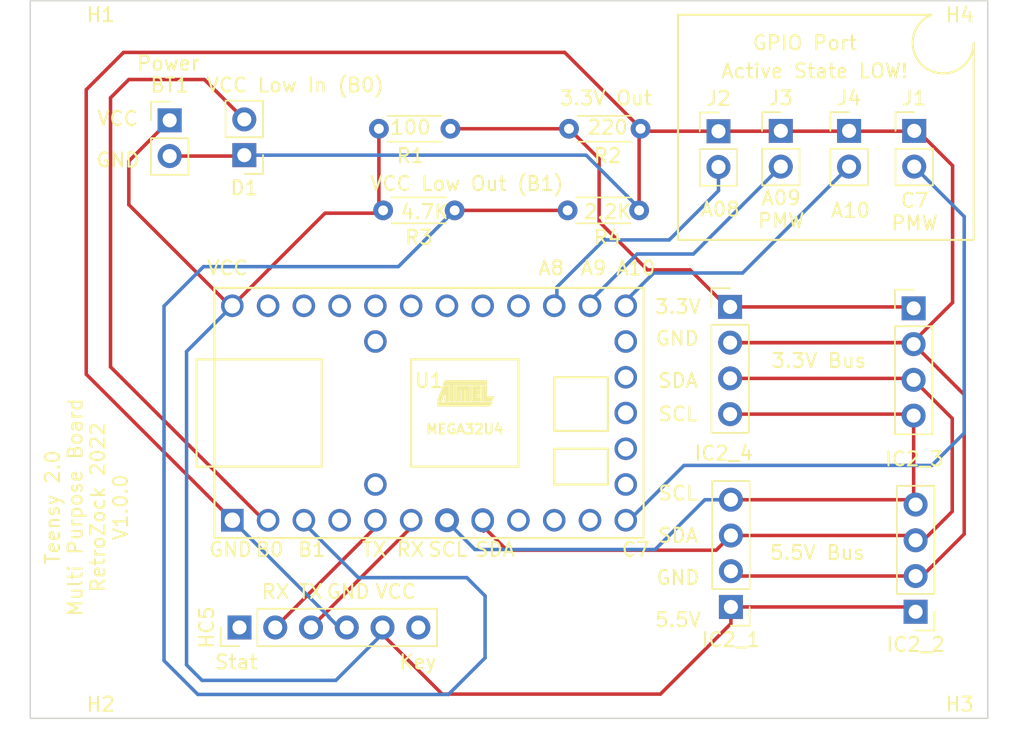
<source format=kicad_pcb>
(kicad_pcb (version 20211014) (generator pcbnew)
  (layers (0 "F.Cu" signal) (31 "B.Cu" signal) (34 "B.Paste" user) (35 "F.Paste" user) (36 "B.SilkS" user "B.Silkscreen") (37 "F.SilkS" user "F.Silkscreen") (38 "B.Mask" user) (39 "F.Mask" user) (44 "Edge.Cuts" user))
  (net 0 "")
  (net 1 "/5.5V")
  (net 2 "/GND")
  (net 4 "/RX(TX)")
  (net 5 "/TX(RX)")
  (net 7 "/SDA")
  (net 8 "/SCL")
  (net 9 "/VLTG_LOW_OUT")
  (net 10 "/VCC_LOW")
  (net 11 "/DISP_SEL")
  (net 12 "/SET")
  (net 13 "/GPIO_2")
  (net 14 "/GPIO_1")
  (net 15 "/3.3V")
  (footprint "Connector_PinHeader_2.54mm:PinHeader_1x02_P2.54mm_Vertical" (layer "F.Cu") (at 128.9 93.5)
    (fp_text reference "BT1" (at 0 -2.5) (layer "F.SilkS"))
    (fp_text value "Battery")
    (fp_line (start -1.33 0) (end -1.33 -1.33) (layer "F.SilkS") (width 0.12))
    (fp_line (start 1.33 1.27) (end 1.33 3.87) (layer "F.SilkS") (width 0.12))
    (fp_line (start -1.33 1.27) (end 1.33 1.27) (layer "F.SilkS") (width 0.12))
    (fp_line (start -1.33 -1.33) (end 0 -1.33) (layer "F.SilkS") (width 0.12))
    (fp_line (start -1.33 3.87) (end 1.33 3.87) (layer "F.SilkS") (width 0.12))
    (fp_line (start -1.33 1.27) (end -1.33 3.87) (layer "F.SilkS") (width 0.12))
    (pad "1" thru_hole rect locked (at 0 0) (size 1.7 1.7) (drill 1) (layers *.Cu *.Mask) (net 1 "/5.5V"))
    (pad "2" thru_hole oval locked (at 0 2.54) (size 1.7 1.7) (drill 1) (layers *.Cu *.Mask) (net 2 "/GND"))
  )
  (footprint "Connector_PinHeader_2.54mm:PinHeader_1x02_P2.54mm_Vertical" (layer "F.Cu") (at 134.2 95.975 180)
    (fp_text reference "D1" (at 0 -2.33) (layer "F.SilkS"))
    (fp_text value "LED")
    (fp_line (start -1.33 1.27) (end 1.33 1.27) (layer "F.SilkS") (width 0.12))
    (fp_line (start 1.33 1.27) (end 1.33 3.87) (layer "F.SilkS") (width 0.12))
    (fp_line (start -1.33 0) (end -1.33 -1.33) (layer "F.SilkS") (width 0.12))
    (fp_line (start -1.33 -1.33) (end 0 -1.33) (layer "F.SilkS") (width 0.12))
    (fp_line (start -1.33 1.27) (end -1.33 3.87) (layer "F.SilkS") (width 0.12))
    (fp_line (start -1.33 3.87) (end 1.33 3.87) (layer "F.SilkS") (width 0.12))
    (pad "1" thru_hole rect locked (at 0 0 180) (size 1.7 1.7) (drill 1) (layers *.Cu *.Mask) (net 2 "/GND"))
    (pad "2" thru_hole oval locked (at 0 2.54 180) (size 1.7 1.7) (drill 1) (layers *.Cu *.Mask) (net 9 "/VLTG_LOW_OUT"))
  )
  (footprint "Connector_PinHeader_2.54mm:PinHeader_1x02_P2.54mm_Vertical" (layer "F.Cu") (at 181.775 94.25)
    (fp_text reference "J1" (at 0 -2.33) (layer "F.SilkS"))
    (fp_text value "Conn_01x02_Female")
    (fp_line (start 1.33 1.27) (end 1.33 3.87) (layer "F.SilkS") (width 0.12))
    (fp_line (start -1.33 1.27) (end 1.33 1.27) (layer "F.SilkS") (width 0.12))
    (fp_line (start -1.33 -1.33) (end 0 -1.33) (layer "F.SilkS") (width 0.12))
    (fp_line (start -1.33 0) (end -1.33 -1.33) (layer "F.SilkS") (width 0.12))
    (fp_line (start -1.33 3.87) (end 1.33 3.87) (layer "F.SilkS") (width 0.12))
    (fp_line (start -1.33 1.27) (end -1.33 3.87) (layer "F.SilkS") (width 0.12))
    (pad "1" thru_hole rect locked (at 0 0) (size 1.7 1.7) (drill 1) (layers *.Cu *.Mask) (net 2 "/GND"))
    (pad "2" thru_hole oval locked (at 0 2.54) (size 1.7 1.7) (drill 1) (layers *.Cu *.Mask) (net 11 "/DISP_SEL"))
  )
  (footprint "MountingHole:MountingHole_2.1mm" (layer "F.Cu") (at 184 133)
    (fp_text reference "H3" (at 1 2) (layer "F.SilkS"))
    (fp_text value "MountingHole")
    (pad "" np_thru_hole circle locked (at 0 0) (size 2.1 2.1) (drill 2.1) (layers *.Cu *.Mask))
  )
  (footprint "Connector_PinHeader_2.54mm:PinHeader_1x06_P2.54mm_Vertical" (layer "F.Cu") (at 133.858 129.54 90)
    (fp_text reference "HC5" (at 0 -2.33 90) (layer "F.SilkS"))
    (fp_text value "Conn_01x06_Female")
    (fp_line (start 1.33 1.27) (end 1.33 14.03) (layer "F.SilkS") (width 0.12))
    (fp_line (start -1.33 -1.33) (end 0 -1.33) (layer "F.SilkS") (width 0.12))
    (fp_line (start -1.33 14.03) (end 1.33 14.03) (layer "F.SilkS") (width 0.12))
    (fp_line (start -1.33 1.27) (end -1.33 14.03) (layer "F.SilkS") (width 0.12))
    (fp_line (start -1.33 1.27) (end 1.33 1.27) (layer "F.SilkS") (width 0.12))
    (fp_line (start -1.33 0) (end -1.33 -1.33) (layer "F.SilkS") (width 0.12))
    (pad "1" thru_hole rect locked (at 0 0 90) (size 1.7 1.7) (drill 1) (layers *.Cu *.Mask))
    (pad "2" thru_hole oval locked (at 0 2.54 90) (size 1.7 1.7) (drill 1) (layers *.Cu *.Mask) (net 4 "/RX(TX)"))
    (pad "3" thru_hole oval locked (at 0 5.08 90) (size 1.7 1.7) (drill 1) (layers *.Cu *.Mask) (net 5 "/TX(RX)"))
    (pad "4" thru_hole oval locked (at 0 7.62 90) (size 1.7 1.7) (drill 1) (layers *.Cu *.Mask) (net 2 "/GND"))
    (pad "5" thru_hole oval locked (at 0 10.16 90) (size 1.7 1.7) (drill 1) (layers *.Cu *.Mask) (net 1 "/5.5V"))
    (pad "6" thru_hole oval locked (at 0 12.7 90) (size 1.7 1.7) (drill 1) (layers *.Cu *.Mask))
  )
  (footprint "MountingHole:MountingHole_2.1mm" (layer "F.Cu") (at 122 133)
    (fp_text reference "H2" (at 2 2) (layer "F.SilkS"))
    (fp_text value "MountingHole")
    (pad "" np_thru_hole circle locked (at 0 0) (size 2.1 2.1) (drill 2.1) (layers *.Cu *.Mask))
  )
  (footprint "Resistor_THT:R_Axial_DIN0204_L3.6mm_D1.6mm_P5.08mm_Horizontal" (layer "F.Cu") (at 149.14 99.9 180)
    (fp_text reference "R3" (at 2.54 -1.92) (layer "F.SilkS"))
    (fp_text value "4.7K")
    (fp_line (start 0.62 0.92) (end 4.46 0.92) (layer "F.SilkS") (width 0.12))
    (fp_line (start 0.62 -0.92) (end 4.46 -0.92) (layer "F.SilkS") (width 0.12))
    (pad "1" thru_hole circle locked (at 0 0 180) (size 1.4 1.4) (drill 0.7) (layers *.Cu *.Mask) (net 10 "/VCC_LOW"))
    (pad "2" thru_hole oval locked (at 5.08 0 180) (size 1.4 1.4) (drill 0.7) (layers *.Cu *.Mask) (net 1 "/5.5V"))
  )
  (footprint "MountingHole:MountingHole_2.1mm" (layer "F.Cu") (at 184 88)
    (fp_text reference "H4" (at 1 -2) (layer "F.SilkS"))
    (fp_text value "MountingHole")
    (pad "" np_thru_hole circle locked (at 0 0) (size 2.1 2.1) (drill 2.1) (layers *.Cu *.Mask))
  )
  (footprint "teensy:Teensy2.0" (layer "F.Cu") (at 147.32 114.3)
    (fp_text reference "U1" (at 0 -2.3) (layer "F.SilkS"))
    (fp_text value "Teensy2.0_(Arduino)")
    (fp_text user "MEGA32U4" (at 2.54 1.143) (layer "F.SilkS") (effects (font (size 0.7 0.7))))
    (fp_line (start 12.7 -2.54) (end 8.89 -2.54) (layer "F.SilkS") (width 0.15))
    (fp_line (start 8.89 -2.54) (end 8.89 0) (layer "F.SilkS") (width 0.15))
    (fp_line (start -1.27 3.81) (end 6.35 3.81) (layer "F.SilkS") (width 0.15))
    (fp_line (start 8.89 2.54) (end 8.89 5.08) (layer "F.SilkS") (width 0.15))
    (fp_line (start 15.24 8.89) (end -15.24 8.89) (layer "F.SilkS") (width 0.15))
    (fp_line (start 8.89 1.27) (end 12.7 1.27) (layer "F.SilkS") (width 0.15))
    (fp_line (start -16.51 3.81) (end -16.51 -3.81) (layer "F.SilkS") (width 0.15))
    (fp_line (start -15.24 -8.89) (end 15.24 -8.89) (layer "F.SilkS") (width 0.15))
    (fp_line (start 15.24 -8.89) (end 15.24 8.89) (layer "F.SilkS") (width 0.15))
    (fp_line (start 8.89 0) (end 8.89 1.27) (layer "F.SilkS") (width 0.15))
    (fp_line (start -15.24 8.89) (end -15.24 -8.89) (layer "F.SilkS") (width 0.15))
    (fp_line (start -1.27 -3.81) (end -1.27 3.81) (layer "F.SilkS") (width 0.15))
    (fp_line (start 12.7 5.08) (end 12.7 2.54) (layer "F.SilkS") (width 0.15))
    (fp_line (start -7.62 -3.81) (end -7.62 3.81) (layer "F.SilkS") (width 0.15))
    (fp_line (start -16.51 -3.81) (end -7.62 -3.81) (layer "F.SilkS") (width 0.15))
    (fp_line (start 8.89 5.08) (end 12.7 5.08) (layer "F.SilkS") (width 0.15))
    (fp_line (start 12.7 1.27) (end 12.7 -2.54) (layer "F.SilkS") (width 0.15))
    (fp_line (start -7.62 3.81) (end -16.51 3.81) (layer "F.SilkS") (width 0.15))
    (fp_line (start 6.35 -3.81) (end -1.27 -3.81) (layer "F.SilkS") (width 0.15))
    (fp_line (start 6.35 3.81) (end 6.35 -3.81) (layer "F.SilkS") (width 0.15))
    (fp_line (start 12.7 2.54) (end 8.89 2.54) (layer "F.SilkS") (width 0.15))
    (fp_poly (pts (xy 0.635 -0.762) (xy 4.445 -0.762) (xy 4.318 -0.508) (xy 0.635 -0.508)) (layer "F.SilkS") (width 0.1) (fill solid))
    (fp_poly (pts (xy 3.81 -1.905) (xy 3.81 -0.889) (xy 4.445 -0.889) (xy 4.572 -1.143) (xy 4.064 -1.143) (xy 4.064 -1.905)) (layer "F.SilkS") (width 0.1) (fill solid))
    (fp_poly (pts (xy 1.397 -0.889) (xy 1.397 -1.905) (xy 1.016 -1.905) (xy 0.635 -0.889) (xy 0.889 -0.889) (xy 1.143 -1.651) (xy 1.143 -0.889)) (layer "F.SilkS") (width 0.1) (fill solid))
    (fp_poly (pts (xy 3.048 -1.905) (xy 3.683 -1.905) (xy 3.683 -1.651) (xy 3.302 -1.651) (xy 3.302 -1.524) (xy 3.683 -1.524) (xy 3.683 -1.27) (xy 3.302 -1.27) (xy 3.302 -1.143) (xy 3.683 -1.143) (xy 3.683 -0.889) (xy 3.048 -0.889)) (layer "F.SilkS") (width 0.1) (fill solid))
    (fp_poly (pts (xy 2.921 -0.889) (xy 2.921 -1.905) (xy 1.905 -1.905) (xy 1.905 -0.889) (xy 2.159 -0.889) (xy 2.159 -1.651) (xy 2.286 -1.651) (xy 2.286 -0.889) (xy 2.54 -0.889) (xy 2.54 -1.651) (xy 2.667 -1.651) (xy 2.667 -0.889)) (layer "F.SilkS") (width 0.1) (fill solid))
    (fp_poly (pts (xy 4.064 -2.032) (xy 1.778 -2.032) (xy 1.778 -0.889) (xy 1.524 -0.889) (xy 1.524 -2.032) (xy 1.016 -2.032) (xy 1.143 -2.286) (xy 4.064 -2.286)) (layer "F.SilkS") (width 0.1) (fill solid))
    (pad "1" thru_hole rect locked (at -13.97 7.62) (size 1.6 1.6) (drill 1.1) (layers *.Cu *.Mask))
    (pad "2" thru_hole circle locked (at -11.43 7.62) (size 1.6 1.6) (drill 1.1) (layers *.Cu *.Mask))
    (pad "3" thru_hole circle locked (at -8.89 7.62) (size 1.6 1.6) (drill 1.1) (layers *.Cu *.Mask))
    (pad "4" thru_hole circle locked (at -6.35 7.62) (size 1.6 1.6) (drill 1.1) (layers *.Cu *.Mask))
    (pad "5" thru_hole circle locked (at -3.81 7.62) (size 1.6 1.6) (drill 1.1) (layers *.Cu *.Mask))
    (pad "6" thru_hole circle locked (at -1.27 7.62) (size 1.6 1.6) (drill 1.1) (layers *.Cu *.Mask))
    (pad "7" thru_hole circle locked (at 1.27 7.62) (size 1.7 1.7) (drill 1) (layers *.Cu *.Mask))
    (pad "8" thru_hole oval locked (at 3.81 7.62) (size 1.6 1.7) (drill 1.1) (layers *.Cu *.Mask))
    (pad "9" thru_hole circle locked (at 6.35 7.62) (size 1.6 1.6) (drill 1.1) (layers *.Cu *.Mask))
    (pad "10" thru_hole circle locked (at 8.89 7.62) (size 1.6 1.6) (drill 1.1) (layers *.Cu *.Mask))
    (pad "11" thru_hole circle locked (at 11.43 7.62) (size 1.6 1.6) (drill 1.1) (layers *.Cu *.Mask))
    (pad "12" thru_hole circle locked (at 13.97 7.62) (size 1.6 1.6) (drill 1.1) (layers *.Cu *.Mask))
    (pad "13" thru_hole circle locked (at 13.97 5.08) (size 1.6 1.6) (drill 1.1) (layers *.Cu *.Mask))
    (pad "14" thru_hole circle locked (at 13.97 2.54) (size 1.6 1.6) (drill 1.1) (layers *.Cu *.Mask))
    (pad "15" thru_hole circle locked (at 13.97 0) (size 1.6 1.6) (drill 1.1) (layers *.Cu *.Mask))
    (pad "16" thru_hole circle locked (at 13.97 -2.54) (size 1.6 1.6) (drill 1.1) (layers *.Cu *.Mask))
    (pad "17" thru_hole circle locked (at 13.97 -5.08) (size 1.6 1.6) (drill 1.1) (layers *.Cu *.Mask))
    (pad "18" thru_hole circle locked (at 13.97 -7.62) (size 1.6 1.6) (drill 1.1) (layers *.Cu *.Mask))
    (pad "19" thru_hole circle locked (at 11.43 -7.62) (size 1.6 1.6) (drill 1.1) (layers *.Cu *.Mask))
    (pad "20" thru_hole circle locked (at 8.89 -7.62) (size 1.6 1.6) (drill 1.1) (layers *.Cu *.Mask))
    (pad "21" thru_hole circle locked (at 6.35 -7.62) (size 1.6 1.6) (drill 1.1) (layers *.Cu *.Mask))
    (pad "22" thru_hole circle locked (at 3.81 -7.62) (size 1.6 1.6) (drill 1.1) (layers *.Cu *.Mask))
    (pad "23" thru_hole circle locked (at 1.27 -7.62) (size 1.6 1.6) (drill 1.1) (layers *.Cu *.Mask))
    (pad "24" thru_hole circle locked (at -1.27 -7.62) (size 1.6 1.6) (drill 1.1) (layers *.Cu *.Mask))
    (pad "25" thru_hole circle locked (at -3.81 -7.62) (size 1.6 1.6) (drill 1.1) (layers *.Cu *.Mask))
    (pad "26" thru_hole circle locked (at -6.35 -7.62) (size 1.6 1.6) (drill 1.1) (layers *.Cu *.Mask))
    (pad "27" thru_hole circle locked (at -8.89 -7.62) (size 1.6 1.6) (drill 1.1) (layers *.Cu *.Mask))
    (pad "28" thru_hole circle locked (at -11.43 -7.62) (size 1.6 1.6) (drill 1.1) (layers *.Cu *.Mask))
    (pad "29" thru_hole circle locked (at -13.97 -7.62) (size 1.6 1.6) (drill 1.1) (layers *.Cu *.Mask))
    (pad "30" thru_hole circle locked (at -3.81 5.08) (size 1.6 1.6) (drill 1.1) (layers *.Cu *.Mask))
    (pad "31" thru_hole circle locked (at -3.81 -5.08) (size 1.6 1.6) (drill 1.1) (layers *.Cu *.Mask))
  )
  (footprint "MountingHole:MountingHole_2.1mm" (layer "F.Cu") (at 122 88)
    (fp_text reference "H1" (at 2 -2) (layer "F.SilkS"))
    (fp_text value "MountingHole")
    (pad "" np_thru_hole circle locked (at 0 0) (size 2.1 2.1) (drill 2.1) (layers *.Cu *.Mask))
  )
  (footprint "Connector_PinHeader_2.54mm:PinHeader_1x04_P2.54mm_Vertical" (layer "F.Cu") (at 181.734 106.865)
    (fp_text reference "IC2_3" (at 0.05 10.7) (layer "F.SilkS"))
    (fp_text value "Conn_01x04_Female")
    (fp_line (start 1.33 1.27) (end 1.33 8.95) (layer "F.SilkS") (width 0.12))
    (fp_line (start -1.33 0) (end -1.33 -1.33) (layer "F.SilkS") (width 0.12))
    (fp_line (start -1.33 8.95) (end 1.33 8.95) (layer "F.SilkS") (width 0.12))
    (fp_line (start -1.33 1.27) (end -1.33 8.95) (layer "F.SilkS") (width 0.12))
    (fp_line (start -1.33 -1.33) (end 0 -1.33) (layer "F.SilkS") (width 0.12))
    (fp_line (start -1.33 1.27) (end 1.33 1.27) (layer "F.SilkS") (width 0.12))
    (pad "1" thru_hole rect locked (at 0 0) (size 1.7 1.7) (drill 1) (layers *.Cu *.Mask) (net 15 "/3.3V"))
    (pad "2" thru_hole oval locked (at 0 2.54) (size 1.7 1.7) (drill 1) (layers *.Cu *.Mask) (net 2 "/GND"))
    (pad "3" thru_hole oval locked (at 0 5.08) (size 1.7 1.7) (drill 1) (layers *.Cu *.Mask) (net 7 "/SDA"))
    (pad "4" thru_hole oval locked (at 0 7.62) (size 1.7 1.7) (drill 1) (layers *.Cu *.Mask) (net 8 "/SCL"))
  )
  (footprint "Resistor_THT:R_Axial_DIN0204_L3.6mm_D1.6mm_P5.08mm_Horizontal" (layer "F.Cu") (at 148.84 94.1 180)
    (fp_text reference "R1" (at 2.84 -1.92) (layer "F.SilkS"))
    (fp_text value "100")
    (fp_line (start 0.62 0.92) (end 4.46 0.92) (layer "F.SilkS") (width 0.12))
    (fp_line (start 0.62 -0.92) (end 4.46 -0.92) (layer "F.SilkS") (width 0.12))
    (pad "1" thru_hole circle locked (at 0 0 180) (size 1.4 1.4) (drill 0.7) (layers *.Cu *.Mask))
    (pad "2" thru_hole oval locked (at 5.08 0 180) (size 1.4 1.4) (drill 0.7) (layers *.Cu *.Mask))
  )
  (footprint "Connector_PinHeader_2.54mm:PinHeader_1x02_P2.54mm_Vertical" (layer "F.Cu") (at 167.875 94.275)
    (fp_text reference "J2" (at 0 -2.33) (layer "F.SilkS"))
    (fp_text value "Conn_01x02_Female")
    (fp_line (start 1.33 1.27) (end 1.33 3.87) (layer "F.SilkS") (width 0.12))
    (fp_line (start -1.33 1.27) (end -1.33 3.87) (layer "F.SilkS") (width 0.12))
    (fp_line (start -1.33 -1.33) (end 0 -1.33) (layer "F.SilkS") (width 0.12))
    (fp_line (start -1.33 0) (end -1.33 -1.33) (layer "F.SilkS") (width 0.12))
    (fp_line (start -1.33 1.27) (end 1.33 1.27) (layer "F.SilkS") (width 0.12))
    (fp_line (start -1.33 3.87) (end 1.33 3.87) (layer "F.SilkS") (width 0.12))
    (pad "1" thru_hole rect locked (at 0 0) (size 1.7 1.7) (drill 1) (layers *.Cu *.Mask) (net 2 "/GND"))
    (pad "2" thru_hole oval locked (at 0 2.54) (size 1.7 1.7) (drill 1) (layers *.Cu *.Mask) (net 13 "/GPIO_2"))
  )
  (footprint "Resistor_THT:R_Axial_DIN0204_L3.6mm_D1.6mm_P5.08mm_Horizontal" (layer "F.Cu") (at 162.34 94.1 180)
    (fp_text reference "R2" (at 2.34 -1.92) (layer "F.SilkS"))
    (fp_text value "220")
    (fp_line (start 0.62 -0.92) (end 4.46 -0.92) (layer "F.SilkS") (width 0.12))
    (fp_line (start 0.62 0.92) (end 4.46 0.92) (layer "F.SilkS") (width 0.12))
    (pad "1" thru_hole circle locked (at 0 0 180) (size 1.4 1.4) (drill 0.7) (layers *.Cu *.Mask) (net 2 "/GND"))
    (pad "2" thru_hole oval locked (at 5.08 0 180) (size 1.4 1.4) (drill 0.7) (layers *.Cu *.Mask) (net 15 "/3.3V"))
  )
  (footprint "Connector_PinHeader_2.54mm:PinHeader_1x04_P2.54mm_Vertical" (layer "F.Cu") (at 181.875 128.425 180)
    (fp_text reference "IC2_2" (at 0 -2.33) (layer "F.SilkS"))
    (fp_text value "Conn_01x04_Female")
    (fp_line (start -1.33 1.27) (end -1.33 8.95) (layer "F.SilkS") (width 0.12))
    (fp_line (start -1.33 0) (end -1.33 -1.33) (layer "F.SilkS") (width 0.12))
    (fp_line (start -1.33 1.27) (end 1.33 1.27) (layer "F.SilkS") (width 0.12))
    (fp_line (start 1.33 1.27) (end 1.33 8.95) (layer "F.SilkS") (width 0.12))
    (fp_line (start -1.33 8.95) (end 1.33 8.95) (layer "F.SilkS") (width 0.12))
    (fp_line (start -1.33 -1.33) (end 0 -1.33) (layer "F.SilkS") (width 0.12))
    (pad "1" thru_hole rect locked (at 0 0 180) (size 1.7 1.7) (drill 1) (layers *.Cu *.Mask) (net 1 "/5.5V"))
    (pad "2" thru_hole oval locked (at 0 2.54 180) (size 1.7 1.7) (drill 1) (layers *.Cu *.Mask) (net 2 "/GND"))
    (pad "3" thru_hole oval locked (at 0 5.08 180) (size 1.7 1.7) (drill 1) (layers *.Cu *.Mask) (net 7 "/SDA"))
    (pad "4" thru_hole oval locked (at 0 7.62 180) (size 1.7 1.7) (drill 1) (layers *.Cu *.Mask) (net 8 "/SCL"))
  )
  (footprint "Connector_PinHeader_2.54mm:PinHeader_1x02_P2.54mm_Vertical" (layer "F.Cu") (at 172.3 94.25)
    (fp_text reference "J3" (at 0 -2.33) (layer "F.SilkS"))
    (fp_text value "Conn_01x02_Female")
    (fp_line (start 1.33 1.27) (end 1.33 3.87) (layer "F.SilkS") (width 0.12))
    (fp_line (start -1.33 3.87) (end 1.33 3.87) (layer "F.SilkS") (width 0.12))
    (fp_line (start -1.33 0) (end -1.33 -1.33) (layer "F.SilkS") (width 0.12))
    (fp_line (start -1.33 -1.33) (end 0 -1.33) (layer "F.SilkS") (width 0.12))
    (fp_line (start -1.33 1.27) (end -1.33 3.87) (layer "F.SilkS") (width 0.12))
    (fp_line (start -1.33 1.27) (end 1.33 1.27) (layer "F.SilkS") (width 0.12))
    (pad "1" thru_hole rect locked (at 0 0) (size 1.7 1.7) (drill 1) (layers *.Cu *.Mask) (net 2 "/GND"))
    (pad "2" thru_hole oval locked (at 0 2.54) (size 1.7 1.7) (drill 1) (layers *.Cu *.Mask) (net 14 "/GPIO_1"))
  )
  (footprint "Resistor_THT:R_Axial_DIN0204_L3.6mm_D1.6mm_P5.08mm_Horizontal" (layer "F.Cu") (at 162.24 99.9 180)
    (fp_text reference "R4" (at 2.24 -1.92) (layer "F.SilkS"))
    (fp_text value "2.2K")
    (fp_line (start 0.62 0.92) (end 4.46 0.92) (layer "F.SilkS") (width 0.12))
    (fp_line (start 0.62 -0.92) (end 4.46 -0.92) (layer "F.SilkS") (width 0.12))
    (pad "1" thru_hole circle locked (at 0 0 180) (size 1.4 1.4) (drill 0.7) (layers *.Cu *.Mask) (net 2 "/GND"))
    (pad "2" thru_hole oval locked (at 5.08 0 180) (size 1.4 1.4) (drill 0.7) (layers *.Cu *.Mask) (net 10 "/VCC_LOW"))
  )
  (footprint "Connector_PinHeader_2.54mm:PinHeader_1x04_P2.54mm_Vertical" (layer "F.Cu") (at 168.7 106.76)
    (fp_text reference "IC2_4" (at -0.45 10.4) (layer "F.SilkS"))
    (fp_text value "Conn_01x04_Female")
    (fp_line (start -1.33 8.95) (end 1.33 8.95) (layer "F.SilkS") (width 0.12))
    (fp_line (start -1.33 1.27) (end -1.33 8.95) (layer "F.SilkS") (width 0.12))
    (fp_line (start -1.33 -1.33) (end 0 -1.33) (layer "F.SilkS") (width 0.12))
    (fp_line (start -1.33 0) (end -1.33 -1.33) (layer "F.SilkS") (width 0.12))
    (fp_line (start 1.33 1.27) (end 1.33 8.95) (layer "F.SilkS") (width 0.12))
    (fp_line (start -1.33 1.27) (end 1.33 1.27) (layer "F.SilkS") (width 0.12))
    (pad "1" thru_hole rect locked (at 0 0) (size 1.7 1.7) (drill 1) (layers *.Cu *.Mask) (net 15 "/3.3V"))
    (pad "2" thru_hole oval locked (at 0 2.54) (size 1.7 1.7) (drill 1) (layers *.Cu *.Mask) (net 2 "/GND"))
    (pad "3" thru_hole oval locked (at 0 5.08) (size 1.7 1.7) (drill 1) (layers *.Cu *.Mask) (net 7 "/SDA"))
    (pad "4" thru_hole oval locked (at 0 7.62) (size 1.7 1.7) (drill 1) (layers *.Cu *.Mask) (net 8 "/SCL"))
  )
  (footprint "Connector_PinHeader_2.54mm:PinHeader_1x04_P2.54mm_Vertical" (layer "F.Cu") (at 168.757 128.084 180)
    (fp_text reference "IC2_1" (at 0 -2.33) (layer "F.SilkS"))
    (fp_text value "Conn_01x04_Female")
    (fp_line (start 1.33 1.27) (end 1.33 8.95) (layer "F.SilkS") (width 0.12))
    (fp_line (start -1.33 1.27) (end 1.33 1.27) (layer "F.SilkS") (width 0.12))
    (fp_line (start -1.33 8.95) (end 1.33 8.95) (layer "F.SilkS") (width 0.12))
    (fp_line (start -1.33 0) (end -1.33 -1.33) (layer "F.SilkS") (width 0.12))
    (fp_line (start -1.33 -1.33) (end 0 -1.33) (layer "F.SilkS") (width 0.12))
    (fp_line (start -1.33 1.27) (end -1.33 8.95) (layer "F.SilkS") (width 0.12))
    (pad "1" thru_hole rect locked (at 0 0 180) (size 1.7 1.7) (drill 1) (layers *.Cu *.Mask) (net 1 "/5.5V"))
    (pad "2" thru_hole oval locked (at 0 2.54 180) (size 1.7 1.7) (drill 1) (layers *.Cu *.Mask) (net 2 "/GND"))
    (pad "3" thru_hole oval locked (at 0 5.08 180) (size 1.7 1.7) (drill 1) (layers *.Cu *.Mask) (net 7 "/SDA"))
    (pad "4" thru_hole oval locked (at 0 7.62 180) (size 1.7 1.7) (drill 1) (layers *.Cu *.Mask) (net 8 "/SCL"))
  )
  (footprint "Connector_PinHeader_2.54mm:PinHeader_1x02_P2.54mm_Vertical" (layer "F.Cu") (at 177.15 94.25)
    (fp_text reference "J4" (at 0 -2.33) (layer "F.SilkS"))
    (fp_text value "Conn_01x02_Female")
    (fp_line (start -1.33 -1.33) (end 0 -1.33) (layer "F.SilkS") (width 0.12))
    (fp_line (start -1.33 1.27) (end -1.33 3.87) (layer "F.SilkS") (width 0.12))
    (fp_line (start -1.33 1.27) (end 1.33 1.27) (layer "F.SilkS") (width 0.12))
    (fp_line (start -1.33 0) (end -1.33 -1.33) (layer "F.SilkS") (width 0.12))
    (fp_line (start -1.33 3.87) (end 1.33 3.87) (layer "F.SilkS") (width 0.12))
    (fp_line (start 1.33 1.27) (end 1.33 3.87) (layer "F.SilkS") (width 0.12))
    (pad "1" thru_hole rect locked (at 0 0) (size 1.7 1.7) (drill 1) (layers *.Cu *.Mask) (net 2 "/GND"))
    (pad "2" thru_hole oval locked (at 0 2.54) (size 1.7 1.7) (drill 1) (layers *.Cu *.Mask) (net 12 "/SET"))
  )
  (gr_arc (start 186 88) (mid 182.631482 89.802776) (end 183 86) (layer "F.SilkS") (width 0.15))
  (gr_line (start 186 102) (end 186 88) (layer "F.SilkS") (width 0.15))
  (gr_line (start 165 102) (end 186 102) (layer "F.SilkS") (width 0.15))
  (gr_line (start 165 86) (end 183 86) (layer "F.SilkS") (width 0.15))
  (gr_line (start 165 86) (end 165 102) (layer "F.SilkS") (width 0.15))
  (gr_rect (start 119 85) (end 187 136) (layer "Edge.Cuts") (width 0.1) (fill none))
  (gr_text "SCL" (at 165 120) (layer "F.SilkS") (effects (font (size 1 1))))
  (gr_text "Power" (at 128.8 89.45) (layer "F.SilkS") (effects (font (size 1 1))))
  (gr_text "GND" (at 141.575 127) (layer "F.SilkS") (effects (font (size 1 1))))
  (gr_text "5.5V" (at 165 129) (layer "F.SilkS") (effects (font (size 1 1))))
  (gr_text "GND" (at 133.225 124) (layer "F.SilkS") (effects (font (size 1 1))))
  (gr_text "SDA" (at 152 124) (layer "F.SilkS") (effects (font (size 1 1))))
  (gr_text "A8" (at 156 104) (layer "F.SilkS") (effects (font (size 1 1))))
  (gr_text "SDA" (at 165 112) (layer "F.SilkS") (effects (font (size 1 1))))
  (gr_text "3.3V Out" (at 159.875 91.925) (layer "F.SilkS") (effects (font (size 1 1))))
  (gr_text "5.5V Bus" (at 174.9 124.225) (layer "F.SilkS") (effects (font (size 1 1))))
  (gr_text "A08" (at 168 99.825) (layer "F.SilkS") (effects (font (size 1 1))))
  (gr_text "A09\nPMW" (at 172.325 99.825) (layer "F.SilkS") (effects (font (size 1 1))))
  (gr_text "220" (at 160 94) (layer "F.SilkS") (effects (font (size 1 1))))
  (gr_text "TX" (at 143.425 124) (layer "F.SilkS") (effects (font (size 1 1))))
  (gr_text "B0" (at 136 124) (layer "F.SilkS") (effects (font (size 1 1))))
  (gr_text "B1" (at 139 124) (layer "F.SilkS") (effects (font (size 1 1))))
  (gr_text "A10" (at 177.25 99.9) (layer "F.SilkS") (effects (font (size 1 1))))
  (gr_text "GND" (at 165 126) (layer "F.SilkS") (effects (font (size 1 1))))
  (gr_text "C7" (at 162 124) (layer "F.SilkS") (effects (font (size 1 1))))
  (gr_text "4.7K" (at 147 100) (layer "F.SilkS") (effects (font (size 1 1))))
  (gr_text "Teensy 2.0\nMulti Purpose Board\nRetroZock 2022\nV1.0.0" (at 123 121 90) (layer "F.SilkS") (effects (font (size 1 1))))
  (gr_text "VCC Low Out (B1)" (at 150 98) (layer "F.SilkS") (effects (font (size 1 1))))
  (gr_text "Active State LOW!" (at 174.7 90) (layer "F.SilkS") (effects (font (size 1 1))))
  (gr_text "VCC" (at 144.95 127) (layer "F.SilkS") (effects (font (size 1 1))))
  (gr_text "C7\nPMW" (at 181.8 100) (layer "F.SilkS") (effects (font (size 1 1))))
  (gr_text "GND" (at 164.95 109) (layer "F.SilkS") (effects (font (size 1 1))))
  (gr_text "A9" (at 159 104) (layer "F.SilkS") (effects (font (size 1 1))))
  (gr_text "VCC" (at 125.2 93.375) (layer "F.SilkS") (effects (font (size 1 1))))
  (gr_text "3.3V Bus" (at 175 110.575) (layer "F.SilkS") (effects (font (size 1 1))))
  (gr_text "VCC" (at 133 104) (layer "F.SilkS") (effects (font (size 1 1))))
  (gr_text "RX" (at 136.425 127) (layer "F.SilkS") (effects (font (size 1 1))))
  (gr_text "SCL" (at 165 114.375) (layer "F.SilkS") (effects (font (size 1 1))))
  (gr_text "SDA" (at 165 123) (layer "F.SilkS") (effects (font (size 1 1))))
  (gr_text "GPIO Port" (at 174 88) (layer "F.SilkS") (effects (font (size 1 1))))
  (gr_text "3.3V" (at 165 106.75) (layer "F.SilkS") (effects (font (size 1 1))))
  (gr_text "A10" (at 162 104) (layer "F.SilkS") (effects (font (size 1 1))))
  (gr_text "Stat" (at 133.625 132) (layer "F.SilkS") (effects (font (size 1 1))))
  (gr_text "VCC Low In (B0)" (at 137.825 91) (layer "F.SilkS") (effects (font (size 1 1))))
  (gr_text "100" (at 146 94) (layer "F.SilkS") (effects (font (size 1 1))))
  (gr_text "RX" (at 146 124) (layer "F.SilkS") (effects (font (size 1 1))))
  (gr_text "GND" (at 125.225 96.325) (layer "F.SilkS") (effects (font (size 1 1))))
  (gr_text "2.2K" (at 160 100) (layer "F.SilkS") (effects (font (size 1 1))))
  (gr_text "SCL\n" (at 148.65 124) (layer "F.SilkS") (effects (font (size 1 1))))
  (gr_text "TX" (at 138.9 127) (layer "F.SilkS") (effects (font (size 1 1))))
  (gr_text "Key" (at 146.525 132) (layer "F.SilkS") (effects (font (size 1 1))))
  (segment (start 181.241 128.084) (end 181.25 128.075) (width 0.25) (layer "F.Cu") (net 1))
  (segment (start 143.62 93.98) (end 143.7 93.9) (width 0.25) (layer "F.Cu") (net 1))
  (segment (start 126 96.4) (end 126 99.5) (width 0.25) (layer "F.Cu") (net 1))
  (segment (start 143.76 99.46) (end 144.2 99.9) (width 0.25) (layer "F.Cu") (net 1))
  (segment (start 168.757 128.084) (end 181.241 128.084) (width 0.25) (layer "F.Cu") (net 1))
  (segment (start 168.757 128.084) (end 168.757 129.268) (width 0.25) (layer "F.Cu") (net 1))
  (segment (start 143.76 94.1) (end 143.76 99.46) (width 0.25) (layer "F.Cu") (net 1))
  (segment (start 126 99.5) (end 133.4 106.9) (width 0.25) (layer "F.Cu") (net 1))
  (segment (start 128.9 93.5) (end 126 96.4) (width 0.25) (layer "F.Cu") (net 1))
  (segment (start 168.757 129.268) (end 163.75 134.275) (width 0.25) (layer "F.Cu") (net 1))
  (segment (start 139.93 100.1) (end 144 100.1) (width 0.25) (layer "F.Cu") (net 1))
  (segment (start 133.35 106.68) (end 139.93 100.1) (width 0.25) (layer "F.Cu") (net 1))
  (segment (start 148.25 134.275) (end 143.9 129.925) (width 0.25) (layer "F.Cu") (net 1))
  (segment (start 163.75 134.275) (end 148.25 134.275) (width 0.25) (layer "F.Cu") (net 1))
  (segment (start 143.8 130.2) (end 143.8 129.8) (width 0.25) (layer "B.Cu") (net 1))
  (segment (start 131.2 133.3) (end 140.7 133.3) (width 0.25) (layer "B.Cu") (net 1))
  (segment (start 133.35 106.68) (end 130.1 109.93) (width 0.25) (layer "B.Cu") (net 1))
  (segment (start 181.711 128.389) (end 181.975 128.125) (width 0.25) (layer "B.Cu") (net 1))
  (segment (start 130.1 132.2) (end 131.2 133.3) (width 0.25) (layer "B.Cu") (net 1))
  (segment (start 140.7 133.3) (end 143.8 130.2) (width 0.25) (layer "B.Cu") (net 1))
  (segment (start 130.1 109.93) (end 130.1 132.2) (width 0.25) (layer "B.Cu") (net 1))
  (segment (start 125.625 88.675) (end 156.95 88.675) (width 0.25) (layer "F.Cu") (net 2))
  (segment (start 162.515 94.275) (end 162.34 94.1) (width 0.25) (layer "F.Cu") (net 2))
  (segment (start 185.325 113) (end 185.325 122.9) (width 0.25) (layer "F.Cu") (net 2))
  (segment (start 122.975 111.545) (end 122.975 91.325) (width 0.25) (layer "F.Cu") (net 2))
  (segment (start 172.575 94.275) (end 177.25 94.275) (width 0.25) (layer "F.Cu") (net 2))
  (segment (start 181.851 125.849) (end 181.875 125.825) (width 0.25) (layer "F.Cu") (net 2))
  (segment (start 182.025 94.25) (end 181.85 94.25) (width 0.25) (layer "F.Cu") (net 2))
  (segment (start 172.325 94.25) (end 172.45 94.125) (width 0.25) (layer "F.Cu") (net 2))
  (segment (start 162.24 94.46) (end 162.6 94.1) (width 0.25) (layer "F.Cu") (net 2))
  (segment (start 181.575 94.275) (end 181.95 94.65) (width 0.25) (layer "F.Cu") (net 2))
  (segment (start 184.92452 112.59952) (end 185.325 113) (width 0.25) (layer "F.Cu") (net 2))
  (segment (start 167.7 94.275) (end 167.825 94.15) (width 0.25) (layer "F.Cu") (net 2))
  (segment (start 181.8 109.3) (end 181.85 109.35) (width 0.25) (layer "F.Cu") (net 2))
  (segment (start 156.95 88.675) (end 162.425 94.15) (width 0.25) (layer "F.Cu") (net 2))
  (segment (start 167.875 94.275) (end 172.275 94.275) (width 0.25) (layer "F.Cu") (net 2))
  (segment (start 184.92452 112.59552) (end 184.92452 112.59952) (width 0.25) (layer "F.Cu") (net 2))
  (segment (start 172.375 94.25) (end 172.525 94.4) (width 0.25) (layer "F.Cu") (net 2))
  (segment (start 134.24 96.04) (end 134.4 96.2) (width 0.25) (layer "F.Cu") (net 2))
  (segment (start 128.9 96.04) (end 134.24 96.04) (width 0.25) (layer "F.Cu") (net 2))
  (segment (start 184.5 106.448022) (end 184.5 96.725) (width 0.25) (layer "F.Cu") (net 2))
  (segment (start 181.648022 109.3) (end 184.5 106.448022) (width 0.25) (layer "F.Cu") (net 2))
  (segment (start 176.85 94.25) (end 177.1 94) (width 0.25) (layer "F.Cu") (net 2))
  (segment (start 176.875 94.25) (end 177.2 93.925) (width 0.25) (layer "F.Cu") (net 2))
  (segment (start 168.7 109.3) (end 181.8 109.3) (width 0.25) (layer "F.Cu") (net 2))
  (segment (start 162.24 99.9) (end 162.24 94.46) (width 0.25) (layer "F.Cu") (net 2))
  (segment (start 133.35 121.92) (end 122.975 111.545) (width 0.25) (layer "F.Cu") (net 2))
  (segment (start 181.734 109.405) (end 184.92452 112.59552) (width 0.25) (layer "F.Cu") (net 2))
  (segment (start 181.394 109.605) (end 181.434 109.565) (width 0.25) (layer "F.Cu") (net 2))
  (segment (start 168.7 109.3) (end 181.648022 109.3) (width 0.25) (layer "F.Cu") (net 2))
  (segment (start 185.325 122.9) (end 182.45 125.775) (width 0.25) (layer "F.Cu") (net 2))
  (segment (start 177.175 94.275) (end 181.575 94.275) (width 0.25) (layer "F.Cu") (net 2))
  (segment (start 169.26 125.885) (end 168.85 125.475) (width 0.25) (layer "F.Cu") (net 2))
  (segment (start 181.875 125.885) (end 169.26 125.885) (width 0.25) (layer "F.Cu") (net 2))
  (segment (start 167.7 94.1) (end 167.825 94.225) (width 0.25) (layer "F.Cu") (net 2))
  (segment (start 122.975 91.325) (end 125.625 88.675) (width 0.25) (layer "F.Cu") (net 2))
  (segment (start 184.5 96.725) (end 182.025 94.25) (width 0.25) (layer "F.Cu") (net 2))
  (segment (start 167.825 94.225) (end 167.825 94.175) (width 0.25) (layer "F.Cu") (net 2))
  (segment (start 167.875 94.275) (end 162.515 94.275) (width 0.25) (layer "F.Cu") (net 2))
  (segment (start 162.34 94.1) (end 162.44 94) (width 0.25) (layer "F.Cu") (net 2))
  (segment (start 140.2 128.77) (end 140.2 128.8) (width 0.25) (layer "B.Cu") (net 2))
  (segment (start 158.475 95.975) (end 162.3 99.8) (width 0.25) (layer "B.Cu") (net 2))
  (segment (start 168.7 109.3) (end 168.854474 109.3) (width 0.25) (layer "B.Cu") (net 2))
  (segment (start 134.2 95.975) (end 158.475 95.975) (width 0.25) (layer "B.Cu") (net 2))
  (segment (start 133.35 121.92) (end 140.2 128.77) (width 0.25) (layer "B.Cu") (net 2))
  (segment (start 140.2 128.8) (end 141.5 130.1) (width 0.25) (layer "B.Cu") (net 2))
  (segment (start 143.5 122.438) (end 143.5 122) (width 0.25) (layer "F.Cu") (net 4))
  (segment (start 136.398 129.54) (end 143.5 122.438) (width 0.25) (layer "F.Cu") (net 4))
  (segment (start 138.938 129.54) (end 146.2 122.278) (width 0.25) (layer "F.Cu") (net 5))
  (segment (start 146.2 122.278) (end 146.2 121.7) (width 0.25) (layer "F.Cu") (net 5))
  (segment (start 181.465 111.84) (end 181.7 112.075) (width 0.25) (layer "F.Cu") (net 7))
  (segment (start 181.734 111.945) (end 184.475 114.686) (width 0.25) (layer "F.Cu") (net 7))
  (segment (start 184.475 121.3) (end 182.525 123.25) (width 0.25) (layer "F.Cu") (net 7))
  (segment (start 182.059 123.309) (end 182.275 123.525) (width 0.25) (layer "F.Cu") (net 7))
  (segment (start 181.304 123.004) (end 181.35 123.05) (width 0.25) (layer "F.Cu") (net 7))
  (segment (start 168.7 111.84) (end 181.465 111.84) (width 0.25) (layer "F.Cu") (net 7))
  (segment (start 181.514 112.145) (end 181.834 112.465) (width 0.25) (layer "F.Cu") (net 7))
  (segment (start 152.85 124.05) (end 151.25 122.45) (width 0.25) (layer "F.Cu") (net 7))
  (segment (start 167.711 124.05) (end 152.85 124.05) (width 0.25) (layer "F.Cu") (net 7))
  (segment (start 168.757 123.004) (end 181.304 123.004) (width 0.25) (layer "F.Cu") (net 7))
  (segment (start 168.757 123.004) (end 167.711 124.05) (width 0.25) (layer "F.Cu") (net 7))
  (segment (start 184.475 114.686) (end 184.475 121.3) (width 0.25) (layer "F.Cu") (net 7))
  (segment (start 151.2 122.7) (end 151.2 121.8) (width 0.25) (layer "F.Cu") (net 7))
  (segment (start 168.757 120.464) (end 181.714 120.464) (width 0.25) (layer "F.Cu") (net 8))
  (segment (start 182.119 120.769) (end 182.175 120.825) (width 0.25) (layer "F.Cu") (net 8))
  (segment (start 181.714 120.464) (end 181.85 120.6) (width 0.25) (layer "F.Cu") (net 8))
  (segment (start 181.734 114.485) (end 181.734 120.009) (width 0.25) (layer "F.Cu") (net 8))
  (segment (start 168.7 114.38) (end 181.32 114.38) (width 0.25) (layer "F.Cu") (net 8))
  (segment (start 181.814 114.685) (end 181.934 114.565) (width 0.25) (layer "F.Cu") (net 8))
  (segment (start 181.32 114.38) (end 181.475 114.225) (width 0.25) (layer "F.Cu") (net 8))
  (segment (start 181.734 120.009) (end 181.9 120.175) (width 0.25) (layer "F.Cu") (net 8))
  (segment (start 168.757 120.464) (end 166.911 120.464) (width 0.25) (layer "B.Cu") (net 8))
  (segment (start 166.911 120.464) (end 163.375 124) (width 0.25) (layer "B.Cu") (net 8))
  (segment (start 148.5 122.4) (end 148.5 122) (width 0.25) (layer "B.Cu") (net 8))
  (segment (start 168.941 120.27) (end 168.891 120.32) (width 0.25) (layer "B.Cu") (net 8))
  (segment (start 150.575 124) (end 149.075 122.5) (width 0.25) (layer "B.Cu") (net 8))
  (segment (start 163.375 124) (end 150.575 124) (width 0.25) (layer "B.Cu") (net 8))
  (segment (start 131.365 90.6) (end 126 90.6) (width 0.25) (layer "F.Cu") (net 9))
  (segment (start 124.7 91.9) (end 124.7 111.020978) (width 0.25) (layer "F.Cu") (net 9))
  (segment (start 134.2 93.435) (end 131.365 90.6) (width 0.25) (layer "F.Cu") (net 9))
  (segment (start 126 90.6) (end 124.7 91.9) (width 0.25) (layer "F.Cu") (net 9))
  (segment (start 135.679022 122) (end 136 122) (width 0.25) (layer "F.Cu") (net 9))
  (segment (start 124.7 111.020978) (end 135.679022 122) (width 0.25) (layer "F.Cu") (net 9))
  (segment (start 149.14 99.9) (end 157.3 99.9) (width 0.25) (layer "F.Cu") (net 10))
  (segment (start 157.3 99.9) (end 157.5 99.7) (width 0.25) (layer "F.Cu") (net 10))
  (segment (start 150 126) (end 142.3 126) (width 0.25) (layer "B.Cu") (net 10))
  (segment (start 151.3 131.7) (end 151.3 127.3) (width 0.25) (layer "B.Cu") (net 10))
  (segment (start 128.5 106.7) (end 128.5 131.9) (width 0.25) (layer "B.Cu") (net 10))
  (segment (start 131.3 103.9) (end 128.5 106.7) (width 0.25) (layer "B.Cu") (net 10))
  (segment (start 149.14 99.9) (end 145.14 103.9) (width 0.25) (layer "B.Cu") (net 10))
  (segment (start 128.5 131.9) (end 130.9 134.3) (width 0.25) (layer "B.Cu") (net 10))
  (segment (start 151.3 127.3) (end 150 126) (width 0.25) (layer "B.Cu") (net 10))
  (segment (start 148.7 134.3) (end 151.3 131.7) (width 0.25) (layer "B.Cu") (net 10))
  (segment (start 142.3 126) (end 138.2 121.9) (width 0.25) (layer "B.Cu") (net 10))
  (segment (start 130.9 134.3) (end 148.7 134.3) (width 0.25) (layer "B.Cu") (net 10))
  (segment (start 145.14 103.9) (end 131.3 103.9) (width 0.25) (layer "B.Cu") (net 10))
  (segment (start 185.325 100.34) (end 185.325 115.725) (width 0.25) (layer "B.Cu") (net 11))
  (segment (start 183.025 118.025) (end 165.425 118.025) (width 0.25) (layer "B.Cu") (net 11))
  (segment (start 165.425 118.025) (end 161.575 121.875) (width 0.25) (layer "B.Cu") (net 11))
  (segment (start 185.325 115.725) (end 183.025 118.025) (width 0.25) (layer "B.Cu") (net 11))
  (segment (start 181.775 96.79) (end 185.325 100.34) (width 0.25) (layer "B.Cu") (net 11))
  (segment (start 163.275 104.35) (end 161.275 106.35) (width 0.25) (layer "B.Cu") (net 12))
  (segment (start 169.59 104.35) (end 163.275 104.35) (width 0.25) (layer "B.Cu") (net 12))
  (segment (start 161.275 106.35) (end 161.2 106.35) (width 0.25) (layer "B.Cu") (net 12))
  (segment (start 177.15 96.79) (end 169.59 104.35) (width 0.25) (layer "B.Cu") (net 12))
  (segment (start 167.875 98.5) (end 164.375 102) (width 0.25) (layer "B.Cu") (net 13))
  (segment (start 164.375 102) (end 159.85 102) (width 0.25) (layer "B.Cu") (net 13))
  (segment (start 159.85 102) (end 159.8 101.95) (width 0.25) (layer "B.Cu") (net 13))
  (segment (start 167.875 96.815) (end 167.875 98.5) (width 0.25) (layer "B.Cu") (net 13))
  (segment (start 159.8 101.95) (end 156.4 105.35) (width 0.25) (layer "B.Cu") (net 13))
  (segment (start 156.4 105.35) (end 156.4 106.575) (width 0.25) (layer "B.Cu") (net 13))
  (segment (start 162.1 103) (end 158.75 106.35) (width 0.25) (layer "B.Cu") (net 14))
  (segment (start 166.09 103) (end 162.1 103) (width 0.25) (layer "B.Cu") (net 14))
  (segment (start 172.3 96.79) (end 166.09 103) (width 0.25) (layer "B.Cu") (net 14))
  (segment (start 158.75 106.35) (end 158.75 106.425) (width 0.25) (layer "B.Cu") (net 14))
  (segment (start 165.85 104.125) (end 168.65 106.925) (width 0.25) (layer "F.Cu") (net 15))
  (segment (start 181.41 106.76) (end 181.7 107.05) (width 0.25) (layer "F.Cu") (net 15))
  (segment (start 157.26 94.1) (end 159.4 96.24) (width 0.25) (layer "F.Cu") (net 15))
  (segment (start 159.4 100.7) (end 162.825 104.125) (width 0.25) (layer "F.Cu") (net 15))
  (segment (start 148.84 94.1) (end 157.2 94.1) (width 0.25) (layer "F.Cu") (net 15))
  (segment (start 162.825 104.125) (end 165.85 104.125) (width 0.25) (layer "F.Cu") (net 15))
  (segment (start 168.7 106.76) (end 181.41 106.76) (width 0.25) (layer "F.Cu") (net 15))
  (segment (start 159.4 96.24) (end 159.4 100.7) (width 0.25) (layer "F.Cu") (net 15))
  (segment (start 181.534 107.065) (end 181.934 106.665) (width 0.25) (layer "F.Cu") (net 15))
)
</source>
